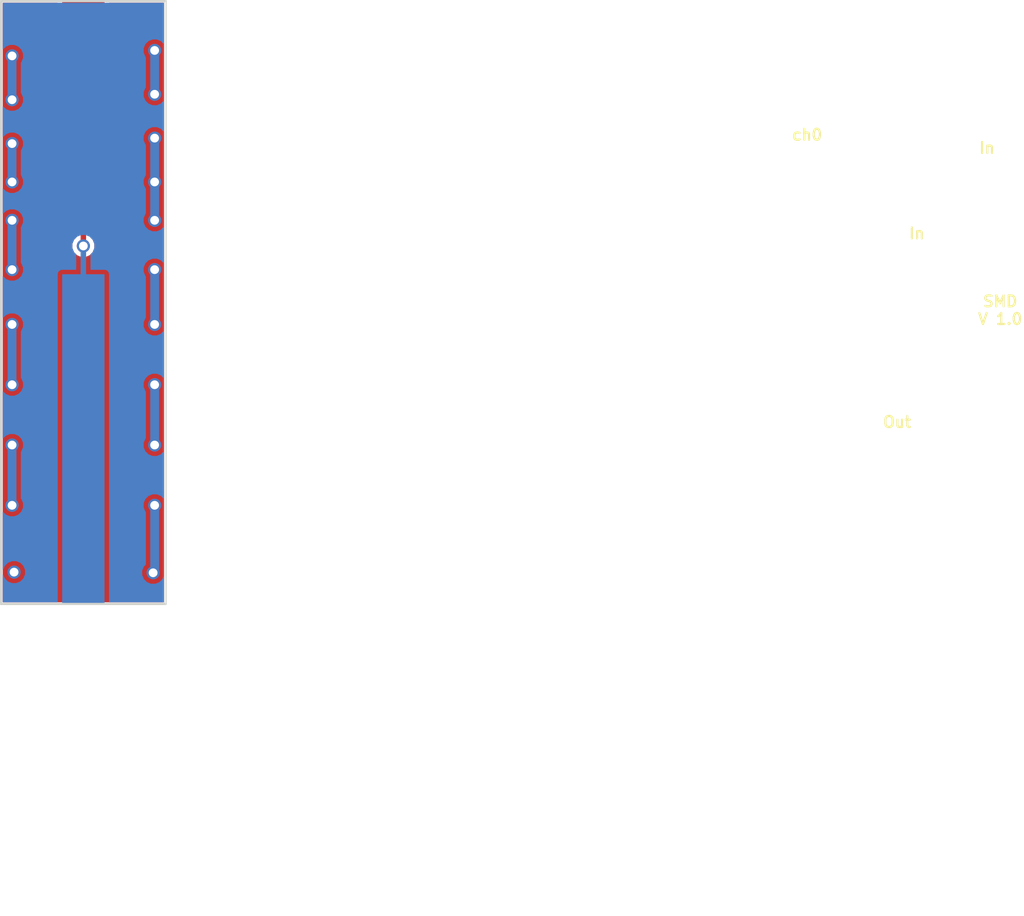
<source format=kicad_pcb>
(kicad_pcb (version 4) (host pcbnew 4.0.6)

  (general
    (links 2)
    (no_connects 0)
    (area 135.199999 77.449999 142.800001 105.050001)
    (thickness 1.6)
    (drawings 9)
    (tracks 54)
    (zones 0)
    (modules 3)
    (nets 4)
  )

  (page A4)
  (layers
    (0 F.Cu signal)
    (31 B.Cu signal)
    (32 B.Adhes user)
    (33 F.Adhes user)
    (34 B.Paste user)
    (35 F.Paste user)
    (36 B.SilkS user)
    (37 F.SilkS user)
    (38 B.Mask user)
    (39 F.Mask user)
    (40 Dwgs.User user)
    (41 Cmts.User user)
    (42 Eco1.User user)
    (43 Eco2.User user)
    (44 Edge.Cuts user)
    (45 Margin user)
    (46 B.CrtYd user)
    (47 F.CrtYd user)
    (48 B.Fab user)
    (49 F.Fab user)
  )

  (setup
    (last_trace_width 0.4)
    (trace_clearance 0.2)
    (zone_clearance 0.02548)
    (zone_45_only yes)
    (trace_min 0.2)
    (segment_width 0.2)
    (edge_width 0.1)
    (via_size 0.6)
    (via_drill 0.4)
    (via_min_size 0.4)
    (via_min_drill 0.3)
    (uvia_size 0.3)
    (uvia_drill 0.1)
    (uvias_allowed no)
    (uvia_min_size 0.2)
    (uvia_min_drill 0.1)
    (pcb_text_width 0.3)
    (pcb_text_size 1.5 1.5)
    (mod_edge_width 0.15)
    (mod_text_size 1 1)
    (mod_text_width 0.15)
    (pad_size 1.9304 15)
    (pad_drill 0)
    (pad_to_mask_clearance 0.1)
    (solder_mask_min_width 0.05)
    (aux_axis_origin 0 0)
    (visible_elements 7FFFFFFF)
    (pcbplotparams
      (layerselection 0x010c0_80000001)
      (usegerberextensions true)
      (excludeedgelayer true)
      (linewidth 0.100000)
      (plotframeref false)
      (viasonmask true)
      (mode 1)
      (useauxorigin false)
      (hpglpennumber 1)
      (hpglpenspeed 20)
      (hpglpendiameter 15)
      (hpglpenoverlay 2)
      (psnegative false)
      (psa4output false)
      (plotreference true)
      (plotvalue true)
      (plotinvisibletext false)
      (padsonsilk false)
      (subtractmaskfromsilk false)
      (outputformat 1)
      (mirror false)
      (drillshape 0)
      (scaleselection 1)
      (outputdirectory ../../../../../../../1/))
  )

  (net 0 "")
  (net 1 GND)
  (net 2 "Net-(U23-Pad1)")
  (net 3 "Net-(U24-Pad3)")

  (net_class Default "This is the default net class."
    (clearance 0.2)
    (trace_width 0.4)
    (via_dia 0.6)
    (via_drill 0.4)
    (uvia_dia 0.3)
    (uvia_drill 0.1)
    (add_net GND)
    (add_net "Net-(U23-Pad1)")
    (add_net "Net-(U24-Pad3)")
  )

  (module aruj:smb3 (layer F.Cu) (tedit 5AC4BDE9) (tstamp 5A90867D)
    (at 139 80)
    (path /5A90A95D)
    (fp_text reference U23 (at -27.25 9) (layer F.SilkS) hide
      (effects (font (size 1 1) (thickness 0.15)))
    )
    (fp_text value smb3 (at -44.25 0) (layer F.Fab) hide
      (effects (font (size 1 1) (thickness 0.15)))
    )
    (pad 1 smd rect (at 0 0) (size 1.9304 5) (layers F.Cu F.Paste F.Mask)
      (net 2 "Net-(U23-Pad1)"))
  )

  (module aruj:Via.16 (layer F.Cu) (tedit 5A912C1B) (tstamp 5A908684)
    (at 139 109)
    (path /5A90A96F)
    (fp_text reference U24 (at 0 8.89) (layer F.SilkS) hide
      (effects (font (size 1 1) (thickness 0.15)))
    )
    (fp_text value AEMIF-0805 (at 22.2 -28) (layer F.Fab) hide
      (effects (font (size 1 1) (thickness 0.15)))
    )
    (pad 1 smd rect (at 0 -24.5) (size 1.2 0.9) (layers F.Cu F.Paste F.Mask)
      (net 2 "Net-(U23-Pad1)"))
    (pad 3 smd rect (at 0 -22.1) (size 1.2 0.9) (layers F.Cu F.Paste F.Mask)
      (net 3 "Net-(U24-Pad3)"))
    (pad 2 smd rect (at 0 -23.3) (size 2.2 0.6) (layers F.Cu F.Paste F.Mask)
      (net 1 GND))
  )

  (module aruj:smb4 (layer B.Cu) (tedit 5A97193F) (tstamp 5A908689)
    (at 139 119)
    (path /5A90A969)
    (fp_text reference U25 (at -11.8 -0.9) (layer B.SilkS) hide
      (effects (font (size 1 1) (thickness 0.15)) (justify mirror))
    )
    (fp_text value smb4 (at -11.8 0.1) (layer B.Fab) hide
      (effects (font (size 1 1) (thickness 0.15)) (justify mirror))
    )
    (pad 1 smd rect (at 0 -21.54) (size 1.9304 15) (layers B.Cu B.Paste B.Mask)
      (net 3 "Net-(U24-Pad3)"))
  )

  (gr_line (start 135.25 105) (end 135.25 77.5) (angle 90) (layer Edge.Cuts) (width 0.1))
  (gr_line (start 142.75 105) (end 135.25 105) (angle 90) (layer Edge.Cuts) (width 0.1))
  (gr_line (start 142.75 77.5) (end 142.75 105) (angle 90) (layer Edge.Cuts) (width 0.1))
  (gr_line (start 135.25 77.5) (end 142.75 77.5) (angle 90) (layer Edge.Cuts) (width 0.1))
  (gr_text "SMD\nV 1.0" (at 180.8 91.6) (layer F.SilkS)
    (effects (font (size 0.5 0.5) (thickness 0.1)))
  )
  (gr_text Out (at 176.1 96.7) (layer F.SilkS)
    (effects (font (size 0.5 0.5) (thickness 0.1)))
  )
  (gr_text In (at 177 88.1) (layer F.SilkS)
    (effects (font (size 0.5 0.5) (thickness 0.1)))
  )
  (gr_text In (at 180.2 84.2) (layer F.SilkS)
    (effects (font (size 0.5 0.5) (thickness 0.1)))
  )
  (gr_text ch0 (at 172 83.6) (layer F.SilkS)
    (effects (font (size 0.5 0.5) (thickness 0.1)))
  )

  (segment (start 142.25 103.51024) (end 142.18158 103.57866) (width 0.4) (layer B.Cu) (net 1))
  (segment (start 142.25 100.5) (end 142.25 103.51024) (width 0.4) (layer B.Cu) (net 1))
  (via (at 142.18158 103.57866) (size 0.6) (drill 0.4) (layers F.Cu B.Cu) (net 1))
  (segment (start 135.75 103.45644) (end 135.84174 103.54818) (width 0.4) (layer F.Cu) (net 1))
  (segment (start 135.75 100.5) (end 135.75 103.45644) (width 0.4) (layer F.Cu) (net 1))
  (via (at 135.84174 103.54818) (size 0.6) (drill 0.4) (layers F.Cu B.Cu) (net 1))
  (via (at 135.75 100.5) (size 0.6) (drill 0.4) (layers F.Cu B.Cu) (net 1))
  (segment (start 135.75 97.75) (end 135.75 100.5) (width 0.4) (layer B.Cu) (net 1) (tstamp 5AC5145E))
  (via (at 135.75 97.75) (size 0.6) (drill 0.4) (layers F.Cu B.Cu) (net 1))
  (segment (start 135.75 95) (end 135.75 97.75) (width 0.4) (layer F.Cu) (net 1) (tstamp 5AC51459))
  (via (at 135.75 95) (size 0.6) (drill 0.4) (layers F.Cu B.Cu) (net 1))
  (segment (start 135.75 92.25) (end 135.75 95) (width 0.4) (layer B.Cu) (net 1) (tstamp 5AC51455))
  (via (at 135.75 92.25) (size 0.6) (drill 0.4) (layers F.Cu B.Cu) (net 1))
  (segment (start 135.75 89.75) (end 135.75 92.25) (width 0.4) (layer F.Cu) (net 1) (tstamp 5AC5144F))
  (via (at 135.75 89.75) (size 0.6) (drill 0.4) (layers F.Cu B.Cu) (net 1))
  (segment (start 135.75 87.5) (end 135.75 89.75) (width 0.4) (layer B.Cu) (net 1) (tstamp 5AC5144B))
  (via (at 135.75 87.5) (size 0.6) (drill 0.4) (layers F.Cu B.Cu) (net 1))
  (segment (start 135.75 80) (end 135.75 80.25) (width 0.4) (layer F.Cu) (net 1) (tstamp 5AC51443))
  (via (at 135.75 80) (size 0.6) (drill 0.4) (layers F.Cu B.Cu) (net 1))
  (segment (start 135.75 82) (end 135.75 80) (width 0.4) (layer B.Cu) (net 1) (tstamp 5AC51440))
  (via (at 135.75 82) (size 0.6) (drill 0.4) (layers F.Cu B.Cu) (net 1))
  (segment (start 135.75 84) (end 135.75 82) (width 0.4) (layer F.Cu) (net 1) (tstamp 5AC5143B))
  (via (at 135.75 84) (size 0.6) (drill 0.4) (layers F.Cu B.Cu) (net 1))
  (segment (start 135.75 85.75) (end 135.75 84) (width 0.4) (layer B.Cu) (net 1) (tstamp 5AC51438))
  (via (at 135.75 85.75) (size 0.6) (drill 0.4) (layers F.Cu B.Cu) (net 1))
  (segment (start 135.75 85.75) (end 135.75 87.5) (width 0.4) (layer F.Cu) (net 1))
  (segment (start 138.25 85.7) (end 135.8 85.7) (width 0.4) (layer F.Cu) (net 1))
  (segment (start 135.8 85.7) (end 135.75 85.75) (width 0.4) (layer F.Cu) (net 1) (tstamp 5AC51430))
  (segment (start 142.25 85.75) (end 142.25 87.5) (width 0.4) (layer B.Cu) (net 1))
  (via (at 142.25 100.5) (size 0.6) (drill 0.4) (layers F.Cu B.Cu) (net 1))
  (segment (start 142.25 97.75) (end 142.25 100.5) (width 0.4) (layer F.Cu) (net 1) (tstamp 5AC51419))
  (via (at 142.25 97.75) (size 0.6) (drill 0.4) (layers F.Cu B.Cu) (net 1))
  (segment (start 142.25 95) (end 142.25 97.75) (width 0.4) (layer B.Cu) (net 1) (tstamp 5AC51414))
  (via (at 142.25 95) (size 0.6) (drill 0.4) (layers F.Cu B.Cu) (net 1))
  (segment (start 142.25 92.25) (end 142.25 95) (width 0.4) (layer F.Cu) (net 1) (tstamp 5AC51410))
  (via (at 142.25 92.25) (size 0.6) (drill 0.4) (layers F.Cu B.Cu) (net 1))
  (segment (start 142.25 89.75) (end 142.25 92.25) (width 0.4) (layer B.Cu) (net 1) (tstamp 5AC5140B))
  (via (at 142.25 89.75) (size 0.6) (drill 0.4) (layers F.Cu B.Cu) (net 1))
  (segment (start 142.25 87.5) (end 142.25 89.75) (width 0.4) (layer F.Cu) (net 1) (tstamp 5AC51408))
  (via (at 142.25 87.5) (size 0.6) (drill 0.4) (layers F.Cu B.Cu) (net 1))
  (segment (start 139.5 85.7) (end 142.2 85.7) (width 0.4) (layer F.Cu) (net 1))
  (via (at 142.25 79.75) (size 0.6) (drill 0.4) (layers F.Cu B.Cu) (net 1))
  (segment (start 142.25 81.75) (end 142.25 79.75) (width 0.4) (layer B.Cu) (net 1) (tstamp 5AC513F9))
  (via (at 142.25 81.75) (size 0.6) (drill 0.4) (layers F.Cu B.Cu) (net 1))
  (segment (start 142.25 83.75) (end 142.25 81.75) (width 0.4) (layer F.Cu) (net 1) (tstamp 5AC513F2))
  (via (at 142.25 83.75) (size 0.6) (drill 0.4) (layers F.Cu B.Cu) (net 1))
  (segment (start 142.25 85.75) (end 142.25 83.75) (width 0.4) (layer B.Cu) (net 1) (tstamp 5AC513EF))
  (via (at 142.25 85.75) (size 0.6) (drill 0.4) (layers F.Cu B.Cu) (net 1))
  (segment (start 142.2 85.7) (end 142.25 85.75) (width 0.4) (layer F.Cu) (net 1) (tstamp 5AC513EA))
  (segment (start 139 85.7) (end 138.5 85.7) (width 0.25) (layer F.Cu) (net 1) (status 30))
  (segment (start 139 80) (end 139 84.5) (width 0.25) (layer F.Cu) (net 2) (status 30))
  (segment (start 139 86.9) (end 139 88.67) (width 0.25) (layer F.Cu) (net 3))
  (via (at 139 88.67) (size 0.6) (drill 0.4) (layers F.Cu B.Cu) (net 3))
  (segment (start 139 88.67) (end 139 97.46) (width 0.25) (layer B.Cu) (net 3) (tstamp 5A9719C6))

  (zone (net 1) (net_name GND) (layer F.Cu) (tstamp 5AC64A44) (hatch edge 0.508)
    (connect_pads (clearance 0.02548))
    (min_thickness 0.02548)
    (fill yes (arc_segments 16) (thermal_gap 1) (thermal_bridge_width 0.02549))
    (polygon
      (pts
        (xy 142.75 105) (xy 135.25 105) (xy 135.25 77.5) (xy 142.75 77.5)
      )
    )
    (filled_polygon
      (pts
        (xy 137.817893 82.5) (xy 137.832727 82.578836) (xy 137.879319 82.651243) (xy 137.950411 82.699818) (xy 138.0348 82.716907)
        (xy 138.66226 82.716907) (xy 138.66226 83.833093) (xy 138.4 83.833093) (xy 138.321164 83.847927) (xy 138.248757 83.894519)
        (xy 138.200182 83.965611) (xy 138.183093 84.05) (xy 138.183093 84.38726) (xy 137.698553 84.38726) (xy 137.326328 84.541441)
        (xy 137.04144 84.826329) (xy 136.88726 85.198554) (xy 136.88726 85.44681) (xy 137.140445 85.699995) (xy 138.999995 85.699995)
        (xy 138.999995 85.679995) (xy 139.000005 85.679995) (xy 139.000005 85.699995) (xy 140.859555 85.699995) (xy 141.11274 85.44681)
        (xy 141.11274 85.198554) (xy 140.95856 84.826329) (xy 140.673672 84.541441) (xy 140.301447 84.38726) (xy 139.816907 84.38726)
        (xy 139.816907 84.05) (xy 139.802073 83.971164) (xy 139.755481 83.898757) (xy 139.684389 83.850182) (xy 139.6 83.833093)
        (xy 139.33774 83.833093) (xy 139.33774 82.716907) (xy 139.9652 82.716907) (xy 140.044036 82.702073) (xy 140.116443 82.655481)
        (xy 140.165018 82.584389) (xy 140.182107 82.5) (xy 140.182107 77.58822) (xy 142.66178 77.58822) (xy 142.66178 104.91178)
        (xy 135.33822 104.91178) (xy 135.33822 85.95319) (xy 136.88726 85.95319) (xy 136.88726 86.201446) (xy 137.04144 86.573671)
        (xy 137.326328 86.858559) (xy 137.698553 87.01274) (xy 138.183093 87.01274) (xy 138.183093 87.35) (xy 138.197927 87.428836)
        (xy 138.244519 87.501243) (xy 138.315611 87.549818) (xy 138.4 87.566907) (xy 138.66226 87.566907) (xy 138.66226 88.28266)
        (xy 138.565574 88.379177) (xy 138.487349 88.567562) (xy 138.487171 88.771543) (xy 138.565067 88.960064) (xy 138.709177 89.104426)
        (xy 138.897562 89.182651) (xy 139.101543 89.182829) (xy 139.290064 89.104933) (xy 139.434426 88.960823) (xy 139.512651 88.772438)
        (xy 139.512829 88.568457) (xy 139.434933 88.379936) (xy 139.33774 88.282573) (xy 139.33774 87.566907) (xy 139.6 87.566907)
        (xy 139.678836 87.552073) (xy 139.751243 87.505481) (xy 139.799818 87.434389) (xy 139.816907 87.35) (xy 139.816907 87.01274)
        (xy 140.301447 87.01274) (xy 140.673672 86.858559) (xy 140.95856 86.573671) (xy 141.11274 86.201446) (xy 141.11274 85.95319)
        (xy 140.859555 85.700005) (xy 139.000005 85.700005) (xy 139.000005 85.720005) (xy 138.999995 85.720005) (xy 138.999995 85.700005)
        (xy 137.140445 85.700005) (xy 136.88726 85.95319) (xy 135.33822 85.95319) (xy 135.33822 77.58822) (xy 137.817893 77.58822)
      )
    )
  )
  (zone (net 0) (net_name "") (layer B.Cu) (tstamp 5AC64A44) (hatch edge 0.508)
    (connect_pads (clearance 0.02548))
    (min_thickness 0.02548)
    (fill yes (arc_segments 16) (thermal_gap 1) (thermal_bridge_width 0.02549))
    (polygon
      (pts
        (xy 142.75 105) (xy 135.25 105) (xy 135.25 77.5) (xy 142.75 77.5)
      )
    )
    (filled_polygon
      (pts
        (xy 142.66178 79.436743) (xy 142.540823 79.315574) (xy 142.352438 79.237349) (xy 142.148457 79.237171) (xy 141.959936 79.315067)
        (xy 141.815574 79.459177) (xy 141.737349 79.647562) (xy 141.737171 79.851543) (xy 141.815067 80.040064) (xy 141.83726 80.062296)
        (xy 141.83726 81.437529) (xy 141.815574 81.459177) (xy 141.737349 81.647562) (xy 141.737171 81.851543) (xy 141.815067 82.040064)
        (xy 141.959177 82.184426) (xy 142.147562 82.262651) (xy 142.351543 82.262829) (xy 142.540064 82.184933) (xy 142.66178 82.063429)
        (xy 142.66178 83.436743) (xy 142.540823 83.315574) (xy 142.352438 83.237349) (xy 142.148457 83.237171) (xy 141.959936 83.315067)
        (xy 141.815574 83.459177) (xy 141.737349 83.647562) (xy 141.737171 83.851543) (xy 141.815067 84.040064) (xy 141.83726 84.062296)
        (xy 141.83726 85.437529) (xy 141.815574 85.459177) (xy 141.737349 85.647562) (xy 141.737171 85.851543) (xy 141.815067 86.040064)
        (xy 141.83726 86.062296) (xy 141.83726 87.187529) (xy 141.815574 87.209177) (xy 141.737349 87.397562) (xy 141.737171 87.601543)
        (xy 141.815067 87.790064) (xy 141.959177 87.934426) (xy 142.147562 88.012651) (xy 142.351543 88.012829) (xy 142.540064 87.934933)
        (xy 142.66178 87.813429) (xy 142.66178 89.436743) (xy 142.540823 89.315574) (xy 142.352438 89.237349) (xy 142.148457 89.237171)
        (xy 141.959936 89.315067) (xy 141.815574 89.459177) (xy 141.737349 89.647562) (xy 141.737171 89.851543) (xy 141.815067 90.040064)
        (xy 141.83726 90.062296) (xy 141.83726 91.937529) (xy 141.815574 91.959177) (xy 141.737349 92.147562) (xy 141.737171 92.351543)
        (xy 141.815067 92.540064) (xy 141.959177 92.684426) (xy 142.147562 92.762651) (xy 142.351543 92.762829) (xy 142.540064 92.684933)
        (xy 142.66178 92.563429) (xy 142.66178 94.686743) (xy 142.540823 94.565574) (xy 142.352438 94.487349) (xy 142.148457 94.487171)
        (xy 141.959936 94.565067) (xy 141.815574 94.709177) (xy 141.737349 94.897562) (xy 141.737171 95.101543) (xy 141.815067 95.290064)
        (xy 141.83726 95.312296) (xy 141.83726 97.437529) (xy 141.815574 97.459177) (xy 141.737349 97.647562) (xy 141.737171 97.851543)
        (xy 141.815067 98.040064) (xy 141.959177 98.184426) (xy 142.147562 98.262651) (xy 142.351543 98.262829) (xy 142.540064 98.184933)
        (xy 142.66178 98.063429) (xy 142.66178 100.186743) (xy 142.540823 100.065574) (xy 142.352438 99.987349) (xy 142.148457 99.987171)
        (xy 141.959936 100.065067) (xy 141.815574 100.209177) (xy 141.737349 100.397562) (xy 141.737171 100.601543) (xy 141.815067 100.790064)
        (xy 141.83726 100.812296) (xy 141.83726 103.197888) (xy 141.747154 103.287837) (xy 141.668929 103.476222) (xy 141.668751 103.680203)
        (xy 141.746647 103.868724) (xy 141.890757 104.013086) (xy 142.079142 104.091311) (xy 142.283123 104.091489) (xy 142.471644 104.013593)
        (xy 142.616006 103.869483) (xy 142.66178 103.759248) (xy 142.66178 104.91178) (xy 140.182107 104.91178) (xy 140.182107 89.96)
        (xy 140.167273 89.881164) (xy 140.120681 89.808757) (xy 140.049589 89.760182) (xy 139.9652 89.743093) (xy 139.33774 89.743093)
        (xy 139.33774 89.05734) (xy 139.434426 88.960823) (xy 139.512651 88.772438) (xy 139.512829 88.568457) (xy 139.434933 88.379936)
        (xy 139.290823 88.235574) (xy 139.102438 88.157349) (xy 138.898457 88.157171) (xy 138.709936 88.235067) (xy 138.565574 88.379177)
        (xy 138.487349 88.567562) (xy 138.487171 88.771543) (xy 138.565067 88.960064) (xy 138.66226 89.057427) (xy 138.66226 89.743093)
        (xy 138.0348 89.743093) (xy 137.955964 89.757927) (xy 137.883557 89.804519) (xy 137.834982 89.875611) (xy 137.817893 89.96)
        (xy 137.817893 104.91178) (xy 135.33822 104.91178) (xy 135.33822 103.672252) (xy 135.406807 103.838244) (xy 135.550917 103.982606)
        (xy 135.739302 104.060831) (xy 135.943283 104.061009) (xy 136.131804 103.983113) (xy 136.276166 103.839003) (xy 136.354391 103.650618)
        (xy 136.354569 103.446637) (xy 136.276673 103.258116) (xy 136.132563 103.113754) (xy 135.944178 103.035529) (xy 135.740197 103.035351)
        (xy 135.551676 103.113247) (xy 135.407314 103.257357) (xy 135.33822 103.423752) (xy 135.33822 100.813257) (xy 135.459177 100.934426)
        (xy 135.647562 101.012651) (xy 135.851543 101.012829) (xy 136.040064 100.934933) (xy 136.184426 100.790823) (xy 136.262651 100.602438)
        (xy 136.262829 100.398457) (xy 136.184933 100.209936) (xy 136.16274 100.187704) (xy 136.16274 98.062471) (xy 136.184426 98.040823)
        (xy 136.262651 97.852438) (xy 136.262829 97.648457) (xy 136.184933 97.459936) (xy 136.040823 97.315574) (xy 135.852438 97.237349)
        (xy 135.648457 97.237171) (xy 135.459936 97.315067) (xy 135.33822 97.436571) (xy 135.33822 95.313257) (xy 135.459177 95.434426)
        (xy 135.647562 95.512651) (xy 135.851543 95.512829) (xy 136.040064 95.434933) (xy 136.184426 95.290823) (xy 136.262651 95.102438)
        (xy 136.262829 94.898457) (xy 136.184933 94.709936) (xy 136.16274 94.687704) (xy 136.16274 92.562471) (xy 136.184426 92.540823)
        (xy 136.262651 92.352438) (xy 136.262829 92.148457) (xy 136.184933 91.959936) (xy 136.040823 91.815574) (xy 135.852438 91.737349)
        (xy 135.648457 91.737171) (xy 135.459936 91.815067) (xy 135.33822 91.936571) (xy 135.33822 90.063257) (xy 135.459177 90.184426)
        (xy 135.647562 90.262651) (xy 135.851543 90.262829) (xy 136.040064 90.184933) (xy 136.184426 90.040823) (xy 136.262651 89.852438)
        (xy 136.262829 89.648457) (xy 136.184933 89.459936) (xy 136.16274 89.437704) (xy 136.16274 87.812471) (xy 136.184426 87.790823)
        (xy 136.262651 87.602438) (xy 136.262829 87.398457) (xy 136.184933 87.209936) (xy 136.040823 87.065574) (xy 135.852438 86.987349)
        (xy 135.648457 86.987171) (xy 135.459936 87.065067) (xy 135.33822 87.186571) (xy 135.33822 86.063257) (xy 135.459177 86.184426)
        (xy 135.647562 86.262651) (xy 135.851543 86.262829) (xy 136.040064 86.184933) (xy 136.184426 86.040823) (xy 136.262651 85.852438)
        (xy 136.262829 85.648457) (xy 136.184933 85.459936) (xy 136.16274 85.437704) (xy 136.16274 84.312471) (xy 136.184426 84.290823)
        (xy 136.262651 84.102438) (xy 136.262829 83.898457) (xy 136.184933 83.709936) (xy 136.040823 83.565574) (xy 135.852438 83.487349)
        (xy 135.648457 83.487171) (xy 135.459936 83.565067) (xy 135.33822 83.686571) (xy 135.33822 82.313257) (xy 135.459177 82.434426)
        (xy 135.647562 82.512651) (xy 135.851543 82.512829) (xy 136.040064 82.434933) (xy 136.184426 82.290823) (xy 136.262651 82.102438)
        (xy 136.262829 81.898457) (xy 136.184933 81.709936) (xy 136.16274 81.687704) (xy 136.16274 80.312471) (xy 136.184426 80.290823)
        (xy 136.262651 80.102438) (xy 136.262829 79.898457) (xy 136.184933 79.709936) (xy 136.040823 79.565574) (xy 135.852438 79.487349)
        (xy 135.648457 79.487171) (xy 135.459936 79.565067) (xy 135.33822 79.686571) (xy 135.33822 77.58822) (xy 142.66178 77.58822)
      )
    )
  )
  (zone (net 0) (net_name "") (layer B.Mask) (tstamp 5AC64D43) (hatch edge 0.508)
    (connect_pads (clearance 0.02548))
    (min_thickness 0.254)
    (fill yes (arc_segments 16) (thermal_gap 0.508) (thermal_bridge_width 0.508))
    (polygon
      (pts
        (xy 142.75 105) (xy 135.25 105) (xy 135.25 77.5) (xy 142.75 77.5)
      )
    )
    (filled_polygon
      (pts
        (xy 142.623 104.873) (xy 135.377 104.873) (xy 135.377 77.627) (xy 142.623 77.627)
      )
    )
  )
  (zone (net 0) (net_name "") (layer F.Mask) (tstamp 5AC64D43) (hatch edge 0.508)
    (connect_pads (clearance 0.02548))
    (min_thickness 0.254)
    (fill yes (arc_segments 16) (thermal_gap 0.508) (thermal_bridge_width 0.508))
    (polygon
      (pts
        (xy 142.75 105) (xy 135.25 105) (xy 135.25 77.5) (xy 142.75 77.5)
      )
    )
    (filled_polygon
      (pts
        (xy 142.623 104.873) (xy 135.377 104.873) (xy 135.377 77.627) (xy 142.623 77.627)
      )
    )
  )
)

</source>
